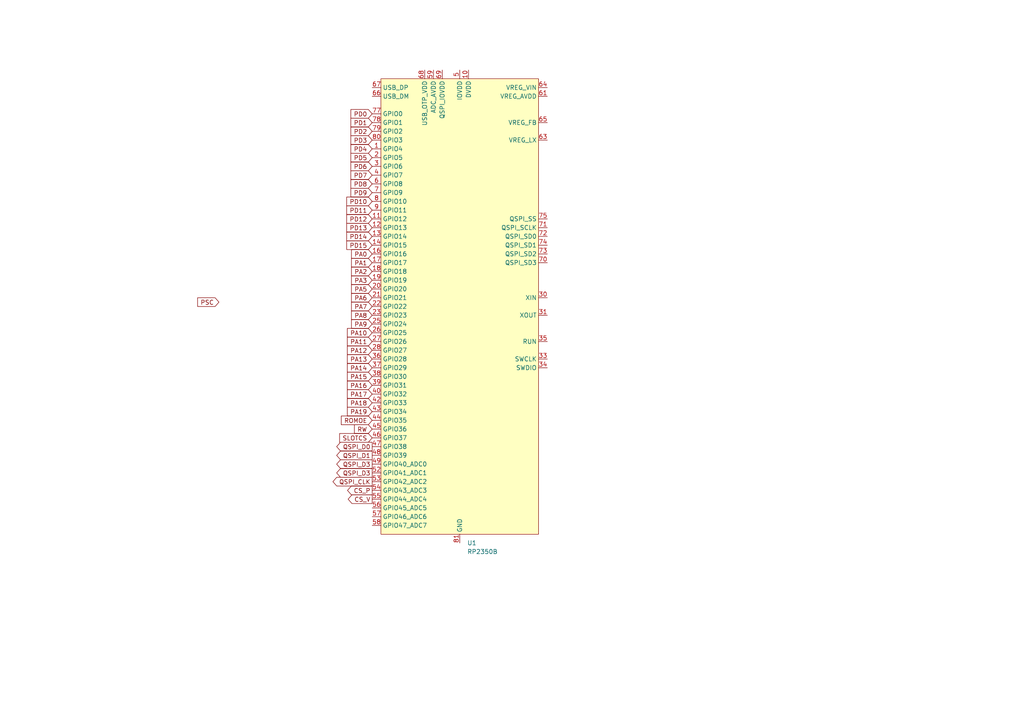
<source format=kicad_sch>
(kicad_sch (version 20250114) (generator "eeschema") (generator_version "9.0")
  (paper "A4")
  (lib_symbols
    (symbol "rpi-lib-kicad-rp235x:RP2350B"
      (property "Reference" "U" (at 17.78 71.12 0))
      (property "Value" "RP2350B" (at 17.78 68.58 0))
      (symbol "RP2350B_0_0"
        (pin bidirectional line (at -25.4 63.5 0) (length 2.54) (name "USB_DP") (number "67"))
        (pin bidirectional line (at -25.4 60.96 0) (length 2.54) (name "USB_DM") (number "66"))
        (pin bidirectional line (at -25.4 55.88 0) (length 2.54) (name "GPIO0") (number "77"))
        (pin bidirectional line (at -25.4 53.34 0) (length 2.54) (name "GPIO1") (number "78"))
        (pin bidirectional line (at -25.4 50.8 0) (length 2.54) (name "GPIO2") (number "79"))
        (pin bidirectional line (at -25.4 48.26 0) (length 2.54) (name "GPIO3") (number "80"))
        (pin bidirectional line (at -25.4 45.72 0) (length 2.54) (name "GPIO4") (number "1"))
        (pin bidirectional line (at -25.4 43.18 0) (length 2.54) (name "GPIO5") (number "2"))
        (pin bidirectional line (at -25.4 40.64 0) (length 2.54) (name "GPIO6") (number "3"))
        (pin bidirectional line (at -25.4 38.1 0) (length 2.54) (name "GPIO7") (number "4"))
        (pin bidirectional line (at -25.4 35.56 0) (length 2.54) (name "GPIO8") (number "6"))
        (pin bidirectional line (at -25.4 33.02 0) (length 2.54) (name "GPIO9") (number "7"))
        (pin bidirectional line (at -25.4 30.48 0) (length 2.54) (name "GPIO10") (number "8"))
        (pin bidirectional line (at -25.4 27.94 0) (length 2.54) (name "GPIO11") (number "9"))
        (pin bidirectional line (at -25.4 25.4 0) (length 2.54) (name "GPIO12") (number "11"))
        (pin bidirectional line (at -25.4 22.86 0) (length 2.54) (name "GPIO13") (number "12"))
        (pin bidirectional line (at -25.4 20.32 0) (length 2.54) (name "GPIO14") (number "13"))
        (pin bidirectional line (at -25.4 17.78 0) (length 2.54) (name "GPIO15") (number "14"))
        (pin bidirectional line (at -25.4 15.24 0) (length 2.54) (name "GPIO16") (number "16"))
        (pin bidirectional line (at -25.4 12.7 0) (length 2.54) (name "GPIO17") (number "17"))
        (pin bidirectional line (at -25.4 10.16 0) (length 2.54) (name "GPIO18") (number "18"))
        (pin bidirectional line (at -25.4 7.62 0) (length 2.54) (name "GPIO19") (number "19"))
        (pin bidirectional line (at -25.4 5.08 0) (length 2.54) (name "GPIO20") (number "20"))
        (pin bidirectional line (at -25.4 2.54 0) (length 2.54) (name "GPIO21") (number "21"))
        (pin bidirectional line (at -25.4 0 0) (length 2.54) (name "GPIO22") (number "22"))
        (pin bidirectional line (at -25.4 -2.54 0) (length 2.54) (name "GPIO23") (number "23"))
        (pin bidirectional line (at -25.4 -5.08 0) (length 2.54) (name "GPIO24") (number "25"))
        (pin bidirectional line (at -25.4 -7.62 0) (length 2.54) (name "GPIO25") (number "26"))
        (pin bidirectional line (at -25.4 -10.16 0) (length 2.54) (name "GPIO26") (number "27"))
        (pin bidirectional line (at -25.4 -12.7 0) (length 2.54) (name "GPIO27") (number "28"))
        (pin bidirectional line (at -25.4 -15.24 0) (length 2.54) (name "GPIO28") (number "36"))
        (pin bidirectional line (at -25.4 -17.78 0) (length 2.54) (name "GPIO29") (number "37"))
        (pin bidirectional line (at -25.4 -20.32 0) (length 2.54) (name "GPIO30") (number "38"))
        (pin bidirectional line (at -25.4 -22.86 0) (length 2.54) (name "GPIO31") (number "39"))
        (pin bidirectional line (at -25.4 -25.4 0) (length 2.54) (name "GPIO32") (number "40"))
        (pin bidirectional line (at -25.4 -27.94 0) (length 2.54) (name "GPIO33") (number "42"))
        (pin bidirectional line (at -25.4 -30.48 0) (length 2.54) (name "GPIO34") (number "43"))
        (pin bidirectional line (at -25.4 -33.02 0) (length 2.54) (name "GPIO35") (number "44"))
        (pin bidirectional line (at -25.4 -35.56 0) (length 2.54) (name "GPIO36") (number "45"))
        (pin bidirectional line (at -25.4 -38.1 0) (length 2.54) (name "GPIO37") (number "46"))
        (pin bidirectional line (at -25.4 -40.64 0) (length 2.54) (name "GPIO38") (number "47"))
        (pin bidirectional line (at -25.4 -43.18 0) (length 2.54) (name "GPIO39") (number "48"))
        (pin bidirectional line (at -25.4 -45.72 0) (length 2.54) (name "GPIO40_ADC0") (number "49"))
        (pin bidirectional line (at -25.4 -48.26 0) (length 2.54) (name "GPIO41_ADC1") (number "52"))
        (pin bidirectional line (at -25.4 -50.8 0) (length 2.54) (name "GPIO42_ADC2") (number "53"))
        (pin bidirectional line (at -25.4 -53.34 0) (length 2.54) (name "GPIO43_ADC3") (number "54"))
        (pin bidirectional line (at -25.4 -55.88 0) (length 2.54) (name "GPIO44_ADC4") (number "55"))
        (pin bidirectional line (at -25.4 -58.42 0) (length 2.54) (name "GPIO45_ADC5") (number "56"))
        (pin bidirectional line (at -25.4 -60.96 0) (length 2.54) (name "GPIO46_ADC6") (number "57"))
        (pin bidirectional line (at -25.4 -63.5 0) (length 2.54) (name "GPIO47_ADC7") (number "58"))
        (pin power_in line (at -10.16 68.58 270) (length 2.54) (name "USB_OTP_VDD") (number "68"))
        (pin power_in line (at -7.62 68.58 270) (length 2.54) (name "ADC_AVDD") (number "59"))
        (pin power_in line (at -5.08 68.58 270) (length 2.54) (name "QSPI_IOVDD") (number "69"))
        (pin passive line (at 0 68.58 270) (length 2.54) (hide yes) (name "IOVDD") (number "15"))
        (pin passive line (at 0 68.58 270) (length 2.54) (hide yes) (name "IOVDD") (number "24"))
        (pin passive line (at 0 68.58 270) (length 2.54) (hide yes) (name "IOVDD") (number "29"))
        (pin passive line (at 0 68.58 270) (length 2.54) (hide yes) (name "IOVDD") (number "41"))
        (pin power_in line (at 0 68.58 270) (length 2.54) (name "IOVDD") (number "5"))
        (pin passive line (at 0 68.58 270) (length 2.54) (hide yes) (name "IOVDD") (number "50"))
        (pin passive line (at 0 68.58 270) (length 2.54) (hide yes) (name "IOVDD") (number "60"))
        (pin passive line (at 0 68.58 270) (length 2.54) (hide yes) (name "IOVDD") (number "76"))
        (pin power_in line (at 2.54 68.58 270) (length 2.54) (name "DVDD") (number "10"))
        (pin passive line (at 2.54 68.58 270) (length 2.54) (hide yes) (name "DVDD") (number "32"))
        (pin passive line (at 2.54 68.58 270) (length 2.54) (hide yes) (name "DVDD") (number "51"))
        (pin power_in line (at 25.4 63.5 180) (length 2.54) (name "VREG_VIN") (number "64"))
        (pin power_in line (at 25.4 60.96 180) (length 2.54) (name "VREG_AVDD") (number "61"))
        (pin passive line (at 25.4 53.34 180) (length 2.54) (name "VREG_FB") (number "65"))
        (pin passive line (at 25.4 48.26 180) (length 2.54) (name "VREG_LX") (number "63"))
        (pin bidirectional line (at 25.4 25.4 180) (length 2.54) (name "QSPI_SS") (number "75"))
        (pin bidirectional line (at 25.4 22.86 180) (length 2.54) (name "QSPI_SCLK") (number "71"))
        (pin bidirectional line (at 25.4 20.32 180) (length 2.54) (name "QSPI_SD0") (number "72"))
        (pin bidirectional line (at 25.4 17.78 180) (length 2.54) (name "QSPI_SD1") (number "74"))
        (pin bidirectional line (at 25.4 15.24 180) (length 2.54) (name "QSPI_SD2") (number "73"))
        (pin bidirectional line (at 25.4 12.7 180) (length 2.54) (name "QSPI_SD3") (number "70"))
        (pin input line (at 25.4 2.54 180) (length 2.54) (name "XIN") (number "30"))
        (pin output line (at 25.4 -2.54 180) (length 2.54) (name "XOUT") (number "31"))
        (pin input line (at 25.4 -10.16 180) (length 2.54) (name "RUN") (number "35"))
        (pin input line (at 25.4 -15.24 180) (length 2.54) (name "SWCLK") (number "33"))
        (pin bidirectional line (at 25.4 -17.78 180) (length 2.54) (name "SWDIO") (number "34"))
      )
      (symbol "RP2350B_1_0"
        (pin passive line (at 0 -68.58 90) (length 2.54) (hide yes) (name "VREG_PGND") (number "62"))
        (pin power_in line (at 0 -68.58 90) (length 2.54) (name "GND") (number "81"))
      )
      (symbol "RP2350B_1_1"
        (rectangle (start -22.86 66.04) (end 22.86 -66.04) (fill (type background)))
      )
    )
  )
  (global_label "PA11" (shape input) (at 107.95 99.06 180) (property "Intersheetrefs" "${INTERSHEET_REFS}" (effects (hide yes))))
  (global_label "CS_V" (shape output) (at 107.95 144.78 180) (property "Intersheetrefs" "${INTERSHEET_REFS}" (effects (hide yes))))
  (global_label "PD9" (shape input) (at 107.95 55.88 180) (property "Intersheetrefs" "${INTERSHEET_REFS}" (effects (hide yes))))
  (global_label "PA15" (shape input) (at 107.95 109.22 180) (property "Intersheetrefs" "${INTERSHEET_REFS}" (effects (hide yes))))
  (global_label "PA17" (shape input) (at 107.95 114.3 180) (property "Intersheetrefs" "${INTERSHEET_REFS}" (effects (hide yes))))
  (global_label "PA6" (shape input) (at 107.95 86.36 180) (property "Intersheetrefs" "${INTERSHEET_REFS}" (effects (hide yes))))
  (global_label "CS_P" (shape output) (at 107.95 142.24 180) (property "Intersheetrefs" "${INTERSHEET_REFS}" (effects (hide yes))))
  (global_label "PA0" (shape input) (at 107.95 73.66 180) (property "Intersheetrefs" "${INTERSHEET_REFS}" (effects (hide yes))))
  (global_label "QSPI_D3" (shape output) (at 107.95 137.16 180) (property "Intersheetrefs" "${INTERSHEET_REFS}" (effects (hide yes))))
  (global_label "PA9" (shape input) (at 107.95 93.98 180) (property "Intersheetrefs" "${INTERSHEET_REFS}" (effects (hide yes))))
  (global_label "PA13" (shape input) (at 107.95 104.14 180) (property "Intersheetrefs" "${INTERSHEET_REFS}" (effects (hide yes))))
  (global_label "PD14" (shape input) (at 107.95 68.58 180) (property "Intersheetrefs" "${INTERSHEET_REFS}" (effects (hide yes))))
  (global_label "PD12" (shape input) (at 107.95 63.5 180) (property "Intersheetrefs" "${INTERSHEET_REFS}" (effects (hide yes))))
  (global_label "PA8" (shape input) (at 107.95 91.44 180) (property "Intersheetrefs" "${INTERSHEET_REFS}" (effects (hide yes))))
  (global_label "PA5" (shape input) (at 107.95 83.82 180) (property "Intersheetrefs" "${INTERSHEET_REFS}" (effects (hide yes))))
  (global_label "PD3" (shape input) (at 107.95 40.64 180) (property "Intersheetrefs" "${INTERSHEET_REFS}" (effects (hide yes))))
  (global_label "QSPI_D3" (shape output) (at 107.95 134.62 180) (property "Intersheetrefs" "${INTERSHEET_REFS}" (effects (hide yes))))
  (global_label "PA19" (shape input) (at 107.95 119.38 180) (property "Intersheetrefs" "${INTERSHEET_REFS}" (effects (hide yes))))
  (global_label "PA3" (shape input) (at 107.95 81.28 180) (property "Intersheetrefs" "${INTERSHEET_REFS}" (effects (hide yes))))
  (global_label "PD2" (shape input) (at 107.95 38.1 180) (property "Intersheetrefs" "${INTERSHEET_REFS}" (effects (hide yes))))
  (global_label "PA14" (shape input) (at 107.95 106.68 180) (property "Intersheetrefs" "${INTERSHEET_REFS}" (effects (hide yes))))
  (global_label "PD10" (shape input) (at 107.95 58.42 180) (property "Intersheetrefs" "${INTERSHEET_REFS}" (effects (hide yes))))
  (global_label "PD0" (shape input) (at 107.95 33.02 180) (property "Intersheetrefs" "${INTERSHEET_REFS}" (effects (hide yes))))
  (global_label "QSPI_D0" (shape output) (at 107.95 129.54 180) (property "Intersheetrefs" "${INTERSHEET_REFS}" (effects (hide yes))))
  (global_label "PA16" (shape input) (at 107.95 111.76 180) (property "Intersheetrefs" "${INTERSHEET_REFS}" (effects (hide yes))))
  (global_label "PA10" (shape input) (at 107.95 96.52 180) (property "Intersheetrefs" "${INTERSHEET_REFS}" (effects (hide yes))))
  (global_label "QSPI_D1" (shape output) (at 107.95 132.08 180) (property "Intersheetrefs" "${INTERSHEET_REFS}" (effects (hide yes))))
  (global_label "PD4" (shape input) (at 107.95 43.18 180) (property "Intersheetrefs" "${INTERSHEET_REFS}" (effects (hide yes))))
  (global_label "PA2" (shape input) (at 107.95 78.74 180) (property "Intersheetrefs" "${INTERSHEET_REFS}" (effects (hide yes))))
  (global_label "PD6" (shape input) (at 107.95 48.26 180) (property "Intersheetrefs" "${INTERSHEET_REFS}" (effects (hide yes))))
  (global_label "SLOTCS" (shape input) (at 107.95 127 180) (property "Intersheetrefs" "${INTERSHEET_REFS}" (effects (hide yes))))
  (global_label "PA18" (shape input) (at 107.95 116.84 180) (property "Intersheetrefs" "${INTERSHEET_REFS}" (effects (hide yes))))
  (global_label "PA1" (shape input) (at 107.95 76.2 180) (property "Intersheetrefs" "${INTERSHEET_REFS}" (effects (hide yes))))
  (global_label "PD5" (shape input) (at 107.95 45.72 180) (property "Intersheetrefs" "${INTERSHEET_REFS}" (effects (hide yes))))
  (global_label "ROMOE" (shape input) (at 107.95 121.92 180) (property "Intersheetrefs" "${INTERSHEET_REFS}" (effects (hide yes))))
  (global_label "PD7" (shape input) (at 107.95 50.8 180) (property "Intersheetrefs" "${INTERSHEET_REFS}" (effects (hide yes))))
  (global_label "PD15" (shape input) (at 107.95 71.12 180) (property "Intersheetrefs" "${INTERSHEET_REFS}" (effects (hide yes))))
  (global_label "PA12" (shape input) (at 107.95 101.6 180) (property "Intersheetrefs" "${INTERSHEET_REFS}" (effects (hide yes))))
  (global_label "PSC" (shape input) (at 63.5 87.63 180) (property "Intersheetrefs" "${INTERSHEET_REFS}" (effects (hide yes))))
  (global_label "PD1" (shape input) (at 107.95 35.56 180) (property "Intersheetrefs" "${INTERSHEET_REFS}" (effects (hide yes))))
  (global_label "PA7" (shape input) (at 107.95 88.9 180) (property "Intersheetrefs" "${INTERSHEET_REFS}" (effects (hide yes))))
  (global_label "PD11" (shape input) (at 107.95 60.96 180) (property "Intersheetrefs" "${INTERSHEET_REFS}" (effects (hide yes))))
  (global_label "PD13" (shape input) (at 107.95 66.04 180) (property "Intersheetrefs" "${INTERSHEET_REFS}" (effects (hide yes))))
  (global_label "QSPI_CLK" (shape output) (at 107.95 139.7 180) (property "Intersheetrefs" "${INTERSHEET_REFS}" (effects (hide yes))))
  (global_label "RW" (shape input) (at 107.95 124.46 180) (property "Intersheetrefs" "${INTERSHEET_REFS}" (effects (hide yes))))
  (global_label "PD8" (shape input) (at 107.95 53.34 180) (property "Intersheetrefs" "${INTERSHEET_REFS}" (effects (hide yes))))
  (symbol (lib_id "rpi-lib-kicad-rp235x:RP2350B") (at 133.35 88.9 0) (unit 1)
    (property "Reference" "U1" (at 135.4933 157.48 0) (effects (justify left)))
    (property "Value" "RP2350B" (at 135.4933 160.02 0) (effects (justify left)))
    (property "Footprint" "rpi-lib-kicad-rp235x:QFN-80-1EP_10x10mm_P0.4mm_EP3.4x3.4mm_ThermalVias" (effects (hide yes)))
    (property "Datasheet" "https://datasheets.raspberrypi.com/rp2350/rp2350-datasheet.pdf" (effects (hide yes)))
    (property "Description" "A dual-architecture microcontroller by Raspberry Pi" (effects (hide yes)))
  )
)
</source>
